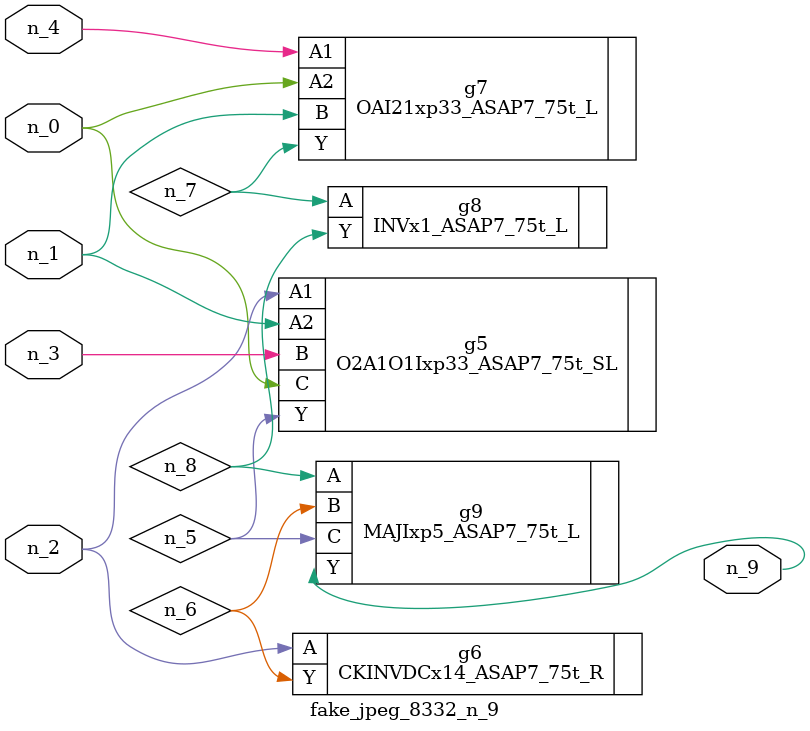
<source format=v>
module fake_jpeg_8332_n_9 (n_3, n_2, n_1, n_0, n_4, n_9);

input n_3;
input n_2;
input n_1;
input n_0;
input n_4;

output n_9;

wire n_8;
wire n_6;
wire n_5;
wire n_7;

O2A1O1Ixp33_ASAP7_75t_SL g5 ( 
.A1(n_2),
.A2(n_1),
.B(n_3),
.C(n_0),
.Y(n_5)
);

CKINVDCx14_ASAP7_75t_R g6 ( 
.A(n_2),
.Y(n_6)
);

OAI21xp33_ASAP7_75t_L g7 ( 
.A1(n_4),
.A2(n_0),
.B(n_1),
.Y(n_7)
);

INVx1_ASAP7_75t_L g8 ( 
.A(n_7),
.Y(n_8)
);

MAJIxp5_ASAP7_75t_L g9 ( 
.A(n_8),
.B(n_6),
.C(n_5),
.Y(n_9)
);


endmodule
</source>
